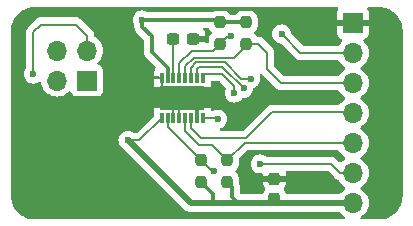
<source format=gtl>
%TF.GenerationSoftware,KiCad,Pcbnew,8.0.3*%
%TF.CreationDate,2024-06-23T18:20:20+02:00*%
%TF.ProjectId,PCF2131-breakout,50434632-3133-4312-9d62-7265616b6f75,rev?*%
%TF.SameCoordinates,Original*%
%TF.FileFunction,Copper,L1,Top*%
%TF.FilePolarity,Positive*%
%FSLAX46Y46*%
G04 Gerber Fmt 4.6, Leading zero omitted, Abs format (unit mm)*
G04 Created by KiCad (PCBNEW 8.0.3) date 2024-06-23 18:20:20*
%MOMM*%
%LPD*%
G01*
G04 APERTURE LIST*
G04 Aperture macros list*
%AMRoundRect*
0 Rectangle with rounded corners*
0 $1 Rounding radius*
0 $2 $3 $4 $5 $6 $7 $8 $9 X,Y pos of 4 corners*
0 Add a 4 corners polygon primitive as box body*
4,1,4,$2,$3,$4,$5,$6,$7,$8,$9,$2,$3,0*
0 Add four circle primitives for the rounded corners*
1,1,$1+$1,$2,$3*
1,1,$1+$1,$4,$5*
1,1,$1+$1,$6,$7*
1,1,$1+$1,$8,$9*
0 Add four rect primitives between the rounded corners*
20,1,$1+$1,$2,$3,$4,$5,0*
20,1,$1+$1,$4,$5,$6,$7,0*
20,1,$1+$1,$6,$7,$8,$9,0*
20,1,$1+$1,$8,$9,$2,$3,0*%
G04 Aperture macros list end*
%TA.AperFunction,Conductor*%
%ADD10C,0.200000*%
%TD*%
%TA.AperFunction,ComponentPad*%
%ADD11R,1.700000X1.700000*%
%TD*%
%TA.AperFunction,ComponentPad*%
%ADD12O,1.700000X1.700000*%
%TD*%
%TA.AperFunction,SMDPad,CuDef*%
%ADD13RoundRect,0.237500X-0.300000X-0.237500X0.300000X-0.237500X0.300000X0.237500X-0.300000X0.237500X0*%
%TD*%
%TA.AperFunction,SMDPad,CuDef*%
%ADD14RoundRect,0.237500X0.237500X-0.250000X0.237500X0.250000X-0.237500X0.250000X-0.237500X-0.250000X0*%
%TD*%
%TA.AperFunction,SMDPad,CuDef*%
%ADD15RoundRect,0.237500X-0.237500X0.300000X-0.237500X-0.300000X0.237500X-0.300000X0.237500X0.300000X0*%
%TD*%
%TA.AperFunction,SMDPad,CuDef*%
%ADD16R,0.300000X0.900000*%
%TD*%
%TA.AperFunction,SMDPad,CuDef*%
%ADD17R,3.850000X2.050000*%
%TD*%
%TA.AperFunction,ViaPad*%
%ADD18C,0.600000*%
%TD*%
%TA.AperFunction,Conductor*%
%ADD19C,0.300000*%
%TD*%
%TA.AperFunction,Conductor*%
%ADD20C,0.500000*%
%TD*%
G04 APERTURE END LIST*
%TO.N,GND*%
D10*
X113800000Y-70400000D02*
X114600000Y-70400000D01*
X114600000Y-72000000D01*
X113800000Y-72000000D01*
X113800000Y-70400000D01*
%TA.AperFunction,Conductor*%
G36*
X113800000Y-70400000D02*
G01*
X114600000Y-70400000D01*
X114600000Y-72000000D01*
X113800000Y-72000000D01*
X113800000Y-70400000D01*
G37*
%TD.AperFunction*%
X109200000Y-70400000D02*
X110200000Y-70400000D01*
X110200000Y-72000000D01*
X109200000Y-72000000D01*
X109200000Y-70400000D01*
%TA.AperFunction,Conductor*%
G36*
X109200000Y-70400000D02*
G01*
X110200000Y-70400000D01*
X110200000Y-72000000D01*
X109200000Y-72000000D01*
X109200000Y-70400000D01*
G37*
%TD.AperFunction*%
%TD*%
D11*
%TO.P,J2,1,Pin_1*%
%TO.N,GND*%
X126437776Y-64859577D03*
D12*
%TO.P,J2,2,Pin_2*%
%TO.N,INTA*%
X126437776Y-67399577D03*
%TO.P,J2,3,Pin_3*%
%TO.N,INTB*%
X126437776Y-69939577D03*
%TO.P,J2,4,Pin_4*%
%TO.N,CLKOUT*%
X126437776Y-72479577D03*
%TO.P,J2,5,Pin_5*%
%TO.N,SDA*%
X126437776Y-75019577D03*
%TO.P,J2,6,Pin_6*%
%TO.N,SCL*%
X126437776Y-77559577D03*
%TO.P,J2,7,Pin_7*%
%TO.N,VDD*%
X126437776Y-80099577D03*
%TD*%
D11*
%TO.P,J1,1,Pin_1*%
%TO.N,TS1*%
X103940000Y-69740000D03*
D12*
%TO.P,J1,2,Pin_2*%
%TO.N,TS2*%
X101400000Y-69740000D03*
%TO.P,J1,3,Pin_3*%
%TO.N,TS3*%
X103940000Y-67200000D03*
%TO.P,J1,4,Pin_4*%
%TO.N,TS4*%
X101400000Y-67200000D03*
%TD*%
D13*
%TO.P,C1,1*%
%TO.N,Net-(IC1-BBS)*%
X111200000Y-66200000D03*
%TO.P,C1,2*%
%TO.N,GND*%
X112925000Y-66200000D03*
%TD*%
D14*
%TO.P,R3,1*%
%TO.N,INTA*%
X115200000Y-66625000D03*
%TO.P,R3,2*%
%TO.N,VDD*%
X115200000Y-64800000D03*
%TD*%
%TO.P,R4,1*%
%TO.N,INTB*%
X117400000Y-66625000D03*
%TO.P,R4,2*%
%TO.N,VDD*%
X117400000Y-64800000D03*
%TD*%
%TO.P,R2,1*%
%TO.N,VDD*%
X115800000Y-78312500D03*
%TO.P,R2,2*%
%TO.N,SDA*%
X115800000Y-76487500D03*
%TD*%
D15*
%TO.P,C2,1*%
%TO.N,GND*%
X119800000Y-78075000D03*
%TO.P,C2,2*%
%TO.N,VDD*%
X119800000Y-79800000D03*
%TD*%
D14*
%TO.P,R1,2*%
%TO.N,SCL*%
X113600000Y-76487500D03*
%TO.P,R1,1*%
%TO.N,VDD*%
X113600000Y-78312500D03*
%TD*%
D16*
%TO.P,IC1,1,IFS*%
%TO.N,VDD*%
X110250000Y-72900000D03*
%TO.P,IC1,2,SCL*%
%TO.N,SCL*%
X110750000Y-72900000D03*
%TO.P,IC1,3,SDI*%
%TO.N,GND*%
X111250000Y-72900000D03*
%TO.P,IC1,4,SDO*%
X111750000Y-72900000D03*
%TO.P,IC1,5,SDA/~{CE}*%
%TO.N,SDA*%
X112250000Y-72900000D03*
%TO.P,IC1,6,CLKOUT*%
%TO.N,CLKOUT*%
X112750000Y-72900000D03*
%TO.P,IC1,7,VSS*%
%TO.N,GND*%
X113250000Y-72900000D03*
%TO.P,IC1,8,~{TS1}*%
%TO.N,TS1*%
X113750000Y-72900000D03*
%TO.P,IC1,9,~{TS2}*%
%TO.N,TS2*%
X113750000Y-69500000D03*
%TO.P,IC1,10,~{TS3}*%
%TO.N,TS3*%
X113250000Y-69500000D03*
%TO.P,IC1,11,~{TS4}*%
%TO.N,TS4*%
X112750000Y-69500000D03*
%TO.P,IC1,12,~{INTB}*%
%TO.N,INTB*%
X112250000Y-69500000D03*
%TO.P,IC1,13,~{INTA}*%
%TO.N,INTA*%
X111750000Y-69500000D03*
%TO.P,IC1,14,BBS*%
%TO.N,Net-(IC1-BBS)*%
X111250000Y-69500000D03*
%TO.P,IC1,15,VDD*%
%TO.N,VDD*%
X110750000Y-69500000D03*
%TO.P,IC1,16,VBAT*%
%TO.N,GND*%
X110250000Y-69500000D03*
D17*
%TO.P,IC1,17,EP*%
X112000000Y-71200000D03*
%TD*%
D18*
%TO.N,GND*%
X114000000Y-66200000D03*
%TO.N,TS3*%
X99400000Y-69200000D03*
%TO.N,GND*%
X108600000Y-69800000D03*
%TO.N,TS1*%
X115000000Y-73000000D03*
%TO.N,TS2*%
X116400000Y-70800000D03*
%TO.N,TS3*%
X117200000Y-70400000D03*
%TO.N,TS4*%
X117800000Y-69600000D03*
%TO.N,GND*%
X115200000Y-71200000D03*
X121200000Y-78000000D03*
%TO.N,INTA*%
X120400000Y-65800000D03*
X116119310Y-65962093D03*
%TO.N,VDD*%
X108600000Y-64600000D03*
X107400000Y-74800000D03*
%TO.N,SCL*%
X118600000Y-76800000D03*
X114704948Y-77400000D03*
%TO.N,GND*%
X129200000Y-78800000D03*
%TD*%
D10*
%TO.N,Net-(IC1-BBS)*%
X111250000Y-69500000D02*
X111250000Y-66250000D01*
X111250000Y-66250000D02*
X111200000Y-66200000D01*
D19*
%TO.N,VDD*%
X110750000Y-69500000D02*
X110750000Y-68700000D01*
X110750000Y-68700000D02*
X109400000Y-67350000D01*
X109400000Y-67350000D02*
X109400000Y-66000000D01*
X109400000Y-66000000D02*
X108600000Y-65200000D01*
X108600000Y-65200000D02*
X108600000Y-64600000D01*
D10*
%TO.N,GND*%
X108600000Y-69800000D02*
X108900000Y-69500000D01*
X108900000Y-69500000D02*
X110250000Y-69500000D01*
X112925000Y-66200000D02*
X114000000Y-66200000D01*
%TO.N,TS3*%
X113250000Y-69500000D02*
X113250000Y-68750000D01*
X113400000Y-68600000D02*
X115400000Y-68600000D01*
X113250000Y-68750000D02*
X113400000Y-68600000D01*
X115400000Y-68600000D02*
X117200000Y-70400000D01*
%TO.N,TS4*%
X117800000Y-69600000D02*
X117000000Y-69600000D01*
X115600000Y-68200000D02*
X113200000Y-68200000D01*
X117000000Y-69600000D02*
X115600000Y-68200000D01*
X113200000Y-68200000D02*
X112750000Y-68650000D01*
X112750000Y-68650000D02*
X112750000Y-69500000D01*
%TO.N,TS3*%
X99400000Y-69200000D02*
X99400000Y-65600000D01*
X103940000Y-65940000D02*
X103940000Y-67200000D01*
X99400000Y-65600000D02*
X100000000Y-65000000D01*
X100000000Y-65000000D02*
X103000000Y-65000000D01*
X103000000Y-65000000D02*
X103940000Y-65940000D01*
%TO.N,TS1*%
X113750000Y-72900000D02*
X114900000Y-72900000D01*
X114900000Y-72900000D02*
X115000000Y-73000000D01*
%TO.N,TS2*%
X116400000Y-70200000D02*
X116400000Y-70800000D01*
X113750000Y-69500000D02*
X113750000Y-69250000D01*
X113800000Y-69200000D02*
X115400000Y-69200000D01*
X113750000Y-69250000D02*
X113800000Y-69200000D01*
X115400000Y-69200000D02*
X116400000Y-70200000D01*
D19*
%TO.N,VDD*%
X116200000Y-78712500D02*
X115800000Y-78312500D01*
D20*
X114600000Y-80099577D02*
X112699577Y-80099577D01*
D19*
X114600000Y-79312500D02*
X113600000Y-78312500D01*
D20*
X117200000Y-80099577D02*
X114600000Y-80099577D01*
D19*
X114600000Y-80099577D02*
X114600000Y-79312500D01*
D20*
X117200000Y-80099577D02*
X116699577Y-80099577D01*
X126437776Y-80099577D02*
X117200000Y-80099577D01*
D19*
X116699577Y-80099577D02*
X116200000Y-79600000D01*
X116200000Y-79600000D02*
X116200000Y-78712500D01*
D10*
%TO.N,CLKOUT*%
X121600000Y-72400000D02*
X126358199Y-72400000D01*
X113600000Y-74600000D02*
X117400000Y-74600000D01*
X117400000Y-74600000D02*
X119600000Y-72400000D01*
X112750000Y-72900000D02*
X112750000Y-73750000D01*
X112750000Y-73750000D02*
X113600000Y-74600000D01*
X119600000Y-72400000D02*
X121600000Y-72400000D01*
%TO.N,SDA*%
X115800000Y-76487500D02*
X114512500Y-75200000D01*
X114512500Y-75200000D02*
X113450000Y-75200000D01*
X112250000Y-74000000D02*
X112250000Y-72900000D01*
X113450000Y-75200000D02*
X112250000Y-74000000D01*
%TO.N,INTB*%
X119200000Y-68800000D02*
X119200000Y-67400000D01*
X120339577Y-69939577D02*
X119200000Y-68800000D01*
X118425000Y-66625000D02*
X117400000Y-66625000D01*
X119200000Y-67400000D02*
X118425000Y-66625000D01*
%TO.N,INTA*%
X120400000Y-65800000D02*
X121999577Y-67399577D01*
X121999577Y-67399577D02*
X126437776Y-67399577D01*
X115200000Y-66625000D02*
X115862907Y-65962093D01*
X115862907Y-65962093D02*
X116119310Y-65962093D01*
%TO.N,INTB*%
X112250000Y-69500000D02*
X112250000Y-68550000D01*
X113000000Y-67800000D02*
X116400000Y-67800000D01*
X112250000Y-68550000D02*
X113000000Y-67800000D01*
X116400000Y-67800000D02*
X117400000Y-66800000D01*
X117400000Y-66800000D02*
X117400000Y-66625000D01*
%TO.N,INTA*%
X111750000Y-69500000D02*
X111750000Y-68250000D01*
X111750000Y-68250000D02*
X112800000Y-67200000D01*
X114625000Y-67200000D02*
X115200000Y-66625000D01*
X112800000Y-67200000D02*
X114625000Y-67200000D01*
D19*
%TO.N,VDD*%
X115200000Y-64800000D02*
X117400000Y-64800000D01*
X108600000Y-64600000D02*
X115000000Y-64600000D01*
X115000000Y-64600000D02*
X115200000Y-64800000D01*
D10*
%TO.N,GND*%
X112000000Y-71200000D02*
X110600000Y-71200000D01*
X110600000Y-71200000D02*
X110250000Y-70850000D01*
X110250000Y-70850000D02*
X110250000Y-69500000D01*
X112000000Y-71200000D02*
X112800000Y-71200000D01*
X112800000Y-71200000D02*
X113250000Y-71650000D01*
D19*
X113250000Y-71650000D02*
X113250000Y-72900000D01*
D10*
X113250000Y-72477490D02*
X113254369Y-72473121D01*
X113250000Y-72900000D02*
X113250000Y-72477490D01*
X111750000Y-72900000D02*
X111750000Y-71450000D01*
X111750000Y-71450000D02*
X112000000Y-71200000D01*
X111250000Y-72900000D02*
X111250000Y-71950000D01*
X111250000Y-71950000D02*
X112000000Y-71200000D01*
%TO.N,SDA*%
X126437776Y-75019577D02*
X117267923Y-75019577D01*
X117267923Y-75019577D02*
X115800000Y-76487500D01*
%TO.N,SCL*%
X114704948Y-77400000D02*
X114512500Y-77400000D01*
X114512500Y-77400000D02*
X113600000Y-76487500D01*
X113600000Y-76487500D02*
X110750000Y-73637500D01*
X110750000Y-73637500D02*
X110750000Y-72900000D01*
X125359577Y-77559577D02*
X126437776Y-77559577D01*
X118600000Y-76800000D02*
X124600000Y-76800000D01*
X124600000Y-76800000D02*
X125359577Y-77559577D01*
%TO.N,VDD*%
X110250000Y-72900000D02*
X108350000Y-74800000D01*
X108350000Y-74800000D02*
X107400000Y-74800000D01*
D20*
X112699577Y-80099577D02*
X107400000Y-74800000D01*
D10*
%TO.N,INTB*%
X120339577Y-69939577D02*
X126437776Y-69939577D01*
%TO.N,CLKOUT*%
X126358199Y-72400000D02*
X126437776Y-72479577D01*
%TO.N,INTB*%
X126289853Y-70087500D02*
X126437776Y-69939577D01*
%TO.N,INTA*%
X126437353Y-67400000D02*
X126437776Y-67399577D01*
%TD*%
%TA.AperFunction,Conductor*%
%TO.N,GND*%
G36*
X125163607Y-63520185D02*
G01*
X125209362Y-63572989D01*
X125219306Y-63642147D01*
X125195834Y-63698811D01*
X125144425Y-63767483D01*
X125144421Y-63767490D01*
X125094179Y-63902197D01*
X125094177Y-63902204D01*
X125087776Y-63961732D01*
X125087776Y-64609577D01*
X126004764Y-64609577D01*
X125971851Y-64666584D01*
X125937776Y-64793751D01*
X125937776Y-64925403D01*
X125971851Y-65052570D01*
X126004764Y-65109577D01*
X125087776Y-65109577D01*
X125087776Y-65757421D01*
X125094177Y-65816949D01*
X125094179Y-65816956D01*
X125144421Y-65951663D01*
X125144425Y-65951670D01*
X125230585Y-66066764D01*
X125230588Y-66066767D01*
X125345682Y-66152927D01*
X125345689Y-66152931D01*
X125477246Y-66201998D01*
X125533179Y-66243869D01*
X125557597Y-66309333D01*
X125542746Y-66377606D01*
X125521595Y-66405861D01*
X125399279Y-66528177D01*
X125263741Y-66721747D01*
X125263738Y-66721752D01*
X125261065Y-66727486D01*
X125214891Y-66779923D01*
X125148685Y-66799077D01*
X122299674Y-66799077D01*
X122232635Y-66779392D01*
X122211993Y-66762758D01*
X121230700Y-65781465D01*
X121197215Y-65720142D01*
X121195163Y-65707686D01*
X121185368Y-65620745D01*
X121125789Y-65450478D01*
X121029816Y-65297738D01*
X120902262Y-65170184D01*
X120896533Y-65166584D01*
X120749523Y-65074211D01*
X120579254Y-65014631D01*
X120579249Y-65014630D01*
X120400004Y-64994435D01*
X120399996Y-64994435D01*
X120220750Y-65014630D01*
X120220745Y-65014631D01*
X120050476Y-65074211D01*
X119897737Y-65170184D01*
X119770184Y-65297737D01*
X119674211Y-65450476D01*
X119614631Y-65620745D01*
X119614630Y-65620750D01*
X119594435Y-65799996D01*
X119594435Y-65800003D01*
X119614630Y-65979249D01*
X119614631Y-65979254D01*
X119674211Y-66149523D01*
X119733493Y-66243869D01*
X119770184Y-66302262D01*
X119897738Y-66429816D01*
X120050478Y-66525789D01*
X120220745Y-66585368D01*
X120307669Y-66595161D01*
X120372080Y-66622226D01*
X120381465Y-66630700D01*
X121514716Y-67763951D01*
X121514726Y-67763962D01*
X121519056Y-67768292D01*
X121519057Y-67768293D01*
X121630861Y-67880097D01*
X121630863Y-67880098D01*
X121630867Y-67880101D01*
X121750396Y-67949110D01*
X121767793Y-67959154D01*
X121879596Y-67989111D01*
X121920519Y-68000077D01*
X121920520Y-68000077D01*
X125148685Y-68000077D01*
X125215724Y-68019762D01*
X125261068Y-68071674D01*
X125263741Y-68077407D01*
X125399277Y-68270972D01*
X125399282Y-68270979D01*
X125566373Y-68438070D01*
X125566379Y-68438075D01*
X125751934Y-68568002D01*
X125795559Y-68622579D01*
X125802753Y-68692077D01*
X125771230Y-68754432D01*
X125751934Y-68771152D01*
X125566373Y-68901082D01*
X125399282Y-69068173D01*
X125263741Y-69261747D01*
X125263738Y-69261752D01*
X125261065Y-69267486D01*
X125214891Y-69319923D01*
X125148685Y-69339077D01*
X120639674Y-69339077D01*
X120572635Y-69319392D01*
X120551993Y-69302758D01*
X119836819Y-68587584D01*
X119803334Y-68526261D01*
X119800500Y-68499903D01*
X119800500Y-67489060D01*
X119800501Y-67489047D01*
X119800501Y-67320944D01*
X119793511Y-67294858D01*
X119759577Y-67168216D01*
X119757243Y-67164173D01*
X119680524Y-67031290D01*
X119680518Y-67031282D01*
X118912590Y-66263355D01*
X118912588Y-66263352D01*
X118793717Y-66144481D01*
X118793716Y-66144480D01*
X118706904Y-66094360D01*
X118706904Y-66094359D01*
X118706900Y-66094358D01*
X118656785Y-66065423D01*
X118504057Y-66024499D01*
X118357610Y-66024499D01*
X118290571Y-66004814D01*
X118252071Y-65965595D01*
X118233774Y-65935931D01*
X118220340Y-65914150D01*
X118106371Y-65800181D01*
X118072886Y-65738858D01*
X118077870Y-65669166D01*
X118106371Y-65624819D01*
X118159908Y-65571282D01*
X118220340Y-65510850D01*
X118310908Y-65364016D01*
X118365174Y-65200253D01*
X118375500Y-65099177D01*
X118375499Y-64500824D01*
X118375440Y-64500250D01*
X118365174Y-64399747D01*
X118324390Y-64276671D01*
X118310908Y-64235984D01*
X118220340Y-64089150D01*
X118098350Y-63967160D01*
X117951516Y-63876592D01*
X117787753Y-63822326D01*
X117787751Y-63822325D01*
X117686678Y-63812000D01*
X117113330Y-63812000D01*
X117113312Y-63812001D01*
X117012247Y-63822325D01*
X116848484Y-63876592D01*
X116848481Y-63876593D01*
X116701648Y-63967161D01*
X116579661Y-64089148D01*
X116579660Y-64089150D01*
X116578766Y-64090598D01*
X116577895Y-64091382D01*
X116575179Y-64094817D01*
X116574592Y-64094352D01*
X116526820Y-64137321D01*
X116473229Y-64149500D01*
X116126771Y-64149500D01*
X116059732Y-64129815D01*
X116025132Y-64094570D01*
X116024821Y-64094817D01*
X116022528Y-64091917D01*
X116021233Y-64090598D01*
X116020340Y-64089150D01*
X115898350Y-63967160D01*
X115751516Y-63876592D01*
X115587753Y-63822326D01*
X115587751Y-63822325D01*
X115486678Y-63812000D01*
X114913330Y-63812000D01*
X114913312Y-63812001D01*
X114812247Y-63822325D01*
X114648484Y-63876592D01*
X114648477Y-63876595D01*
X114560210Y-63931039D01*
X114495114Y-63949500D01*
X109105068Y-63949500D01*
X109039096Y-63930494D01*
X108949522Y-63874210D01*
X108949518Y-63874209D01*
X108779262Y-63814633D01*
X108779249Y-63814630D01*
X108600004Y-63794435D01*
X108599996Y-63794435D01*
X108420750Y-63814630D01*
X108420745Y-63814631D01*
X108250476Y-63874211D01*
X108097737Y-63970184D01*
X107970184Y-64097737D01*
X107874211Y-64250476D01*
X107814631Y-64420745D01*
X107814630Y-64420750D01*
X107794435Y-64599996D01*
X107794435Y-64600003D01*
X107814630Y-64779249D01*
X107814631Y-64779254D01*
X107874211Y-64949524D01*
X107930493Y-65039094D01*
X107949500Y-65105067D01*
X107949500Y-65264067D01*
X107949499Y-65264068D01*
X107956197Y-65297737D01*
X107970216Y-65368213D01*
X107971857Y-65376459D01*
X107971857Y-65376468D01*
X107971859Y-65376468D01*
X107973627Y-65385360D01*
X107974499Y-65389745D01*
X108023533Y-65508125D01*
X108071210Y-65579479D01*
X108087149Y-65603334D01*
X108094726Y-65614673D01*
X108094727Y-65614674D01*
X108713181Y-66233127D01*
X108746666Y-66294450D01*
X108749500Y-66320808D01*
X108749500Y-67414071D01*
X108764969Y-67491835D01*
X108764969Y-67491836D01*
X108774497Y-67539736D01*
X108774499Y-67539744D01*
X108800565Y-67602674D01*
X108823535Y-67658127D01*
X108894251Y-67763962D01*
X108894726Y-67764673D01*
X108894727Y-67764674D01*
X109701106Y-68571052D01*
X109734591Y-68632375D01*
X109729607Y-68702066D01*
X109712692Y-68733044D01*
X109656647Y-68807910D01*
X109656645Y-68807913D01*
X109606403Y-68942620D01*
X109606401Y-68942627D01*
X109600000Y-69002155D01*
X109600000Y-69350000D01*
X109975500Y-69350000D01*
X110042539Y-69369685D01*
X110088294Y-69422489D01*
X110099500Y-69474000D01*
X110099500Y-69526000D01*
X110079815Y-69593039D01*
X110027011Y-69638794D01*
X109975500Y-69650000D01*
X109600000Y-69650000D01*
X109600000Y-69995388D01*
X109592182Y-70038720D01*
X109581402Y-70067622D01*
X109581401Y-70067624D01*
X109575000Y-70127155D01*
X109575000Y-70950000D01*
X114425000Y-70950000D01*
X114425000Y-70127172D01*
X114424999Y-70127155D01*
X114418598Y-70067627D01*
X114418597Y-70067622D01*
X114408318Y-70040061D01*
X114400500Y-69996729D01*
X114400500Y-69924500D01*
X114420185Y-69857461D01*
X114472989Y-69811706D01*
X114524500Y-69800500D01*
X115099903Y-69800500D01*
X115166942Y-69820185D01*
X115187583Y-69836818D01*
X115653307Y-70302542D01*
X115686791Y-70363864D01*
X115681807Y-70433556D01*
X115676690Y-70443945D01*
X115677231Y-70444206D01*
X115674210Y-70450478D01*
X115614633Y-70620737D01*
X115614630Y-70620750D01*
X115594435Y-70799996D01*
X115594435Y-70800003D01*
X115614630Y-70979249D01*
X115614631Y-70979254D01*
X115674211Y-71149523D01*
X115726084Y-71232077D01*
X115770184Y-71302262D01*
X115897738Y-71429816D01*
X116050478Y-71525789D01*
X116220745Y-71585368D01*
X116220750Y-71585369D01*
X116399996Y-71605565D01*
X116400000Y-71605565D01*
X116400004Y-71605565D01*
X116579249Y-71585369D01*
X116579252Y-71585368D01*
X116579255Y-71585368D01*
X116749522Y-71525789D01*
X116902262Y-71429816D01*
X117029816Y-71302262D01*
X117056358Y-71260020D01*
X117108689Y-71213732D01*
X117175233Y-71202774D01*
X117200000Y-71205565D01*
X117200001Y-71205564D01*
X117200002Y-71205565D01*
X117200004Y-71205565D01*
X117379249Y-71185369D01*
X117379252Y-71185368D01*
X117379255Y-71185368D01*
X117549522Y-71125789D01*
X117702262Y-71029816D01*
X117829816Y-70902262D01*
X117925789Y-70749522D01*
X117985368Y-70579255D01*
X117987565Y-70559762D01*
X117994393Y-70499153D01*
X117999637Y-70452606D01*
X118026703Y-70388194D01*
X118081903Y-70349449D01*
X118149522Y-70325789D01*
X118302262Y-70229816D01*
X118429816Y-70102262D01*
X118525789Y-69949522D01*
X118585368Y-69779255D01*
X118597757Y-69669301D01*
X118605565Y-69600003D01*
X118605565Y-69599996D01*
X118585369Y-69420750D01*
X118585366Y-69420737D01*
X118556958Y-69339552D01*
X118553396Y-69269773D01*
X118588124Y-69209146D01*
X118650118Y-69176918D01*
X118719693Y-69183323D01*
X118761680Y-69210916D01*
X118838349Y-69287585D01*
X118838355Y-69287590D01*
X119854716Y-70303951D01*
X119854726Y-70303962D01*
X119859056Y-70308292D01*
X119859057Y-70308293D01*
X119970861Y-70420097D01*
X120033422Y-70456216D01*
X120070607Y-70477685D01*
X120107789Y-70499153D01*
X120107791Y-70499153D01*
X120107792Y-70499154D01*
X120260519Y-70540077D01*
X120260520Y-70540077D01*
X125148685Y-70540077D01*
X125215724Y-70559762D01*
X125261068Y-70611674D01*
X125263741Y-70617407D01*
X125391594Y-70800000D01*
X125399277Y-70810972D01*
X125399282Y-70810979D01*
X125566373Y-70978070D01*
X125566379Y-70978075D01*
X125751934Y-71108002D01*
X125795559Y-71162579D01*
X125802753Y-71232077D01*
X125771230Y-71294432D01*
X125751934Y-71311152D01*
X125566373Y-71441082D01*
X125399282Y-71608173D01*
X125302340Y-71746623D01*
X125247764Y-71790248D01*
X125200765Y-71799500D01*
X119686669Y-71799500D01*
X119686653Y-71799499D01*
X119679057Y-71799499D01*
X119520943Y-71799499D01*
X119413587Y-71828265D01*
X119368210Y-71840424D01*
X119368209Y-71840425D01*
X119318096Y-71869359D01*
X119318095Y-71869360D01*
X119274689Y-71894420D01*
X119231285Y-71919479D01*
X119231282Y-71919481D01*
X119144560Y-72006204D01*
X119119480Y-72031284D01*
X119119478Y-72031286D01*
X118147431Y-73003334D01*
X117187584Y-73963181D01*
X117126261Y-73996666D01*
X117099903Y-73999500D01*
X115297114Y-73999500D01*
X115230075Y-73979815D01*
X115184320Y-73927011D01*
X115174376Y-73857853D01*
X115203401Y-73794297D01*
X115256160Y-73758458D01*
X115292531Y-73745730D01*
X115349522Y-73725789D01*
X115502262Y-73629816D01*
X115629816Y-73502262D01*
X115725789Y-73349522D01*
X115785368Y-73179255D01*
X115785369Y-73179249D01*
X115805565Y-73000003D01*
X115805565Y-72999996D01*
X115785369Y-72820750D01*
X115785368Y-72820745D01*
X115725788Y-72650476D01*
X115629815Y-72497737D01*
X115502262Y-72370184D01*
X115349523Y-72274211D01*
X115179254Y-72214631D01*
X115179249Y-72214630D01*
X115000004Y-72194435D01*
X114999996Y-72194435D01*
X114820750Y-72214630D01*
X114820745Y-72214631D01*
X114650474Y-72274212D01*
X114640477Y-72280494D01*
X114574506Y-72299500D01*
X114549000Y-72299500D01*
X114481961Y-72279815D01*
X114436206Y-72227011D01*
X114425000Y-72175500D01*
X114425000Y-71450000D01*
X109575000Y-71450000D01*
X109575000Y-72272844D01*
X109581401Y-72332372D01*
X109581402Y-72332376D01*
X109591682Y-72359937D01*
X109599500Y-72403271D01*
X109599500Y-72649901D01*
X109579815Y-72716940D01*
X109563181Y-72737582D01*
X108137584Y-74163181D01*
X108076261Y-74196666D01*
X108049903Y-74199500D01*
X107982412Y-74199500D01*
X107915373Y-74179815D01*
X107905097Y-74172445D01*
X107902263Y-74170185D01*
X107902262Y-74170184D01*
X107845496Y-74134515D01*
X107749523Y-74074211D01*
X107579254Y-74014631D01*
X107579249Y-74014630D01*
X107400004Y-73994435D01*
X107399996Y-73994435D01*
X107220750Y-74014630D01*
X107220745Y-74014631D01*
X107050476Y-74074211D01*
X106897737Y-74170184D01*
X106770184Y-74297737D01*
X106674211Y-74450476D01*
X106614631Y-74620745D01*
X106614630Y-74620750D01*
X106594435Y-74799996D01*
X106594435Y-74800003D01*
X106614630Y-74979249D01*
X106614631Y-74979254D01*
X106674211Y-75149523D01*
X106756928Y-75281166D01*
X106770184Y-75302262D01*
X106897738Y-75429816D01*
X107050478Y-75525789D01*
X107056754Y-75528811D01*
X107055867Y-75530651D01*
X107091940Y-75553307D01*
X112221162Y-80682529D01*
X112248416Y-80700739D01*
X112261951Y-80709783D01*
X112344078Y-80764659D01*
X112344080Y-80764660D01*
X112344082Y-80764661D01*
X112374852Y-80777406D01*
X112374853Y-80777407D01*
X112374854Y-80777407D01*
X112480665Y-80821236D01*
X112596818Y-80844340D01*
X112616045Y-80848164D01*
X112625658Y-80850077D01*
X112625659Y-80850077D01*
X112625660Y-80850077D01*
X112773495Y-80850077D01*
X114526082Y-80850077D01*
X116625659Y-80850077D01*
X117126082Y-80850077D01*
X125250075Y-80850077D01*
X125317114Y-80869762D01*
X125351649Y-80902953D01*
X125399281Y-80970978D01*
X125566373Y-81138070D01*
X125566379Y-81138075D01*
X125760393Y-81273925D01*
X125804018Y-81328502D01*
X125811212Y-81398000D01*
X125779689Y-81460355D01*
X125719459Y-81495769D01*
X125689270Y-81499500D01*
X99504067Y-81499500D01*
X99495957Y-81499235D01*
X99247116Y-81482925D01*
X99231035Y-81480807D01*
X98990464Y-81432954D01*
X98974797Y-81428756D01*
X98742520Y-81349909D01*
X98727534Y-81343702D01*
X98507539Y-81235212D01*
X98493492Y-81227102D01*
X98289539Y-81090825D01*
X98276671Y-81080951D01*
X98092250Y-80919218D01*
X98080781Y-80907749D01*
X97955296Y-80764661D01*
X97919045Y-80723325D01*
X97909174Y-80710460D01*
X97772897Y-80506507D01*
X97764787Y-80492460D01*
X97658855Y-80277652D01*
X97656294Y-80272458D01*
X97650090Y-80257479D01*
X97571243Y-80025202D01*
X97567045Y-80009535D01*
X97559186Y-79970026D01*
X97519190Y-79768953D01*
X97517075Y-79752895D01*
X97500765Y-79504043D01*
X97500500Y-79495933D01*
X97500500Y-69199996D01*
X98594435Y-69199996D01*
X98594435Y-69200003D01*
X98614630Y-69379249D01*
X98614631Y-69379254D01*
X98674211Y-69549523D01*
X98749473Y-69669301D01*
X98770184Y-69702262D01*
X98897738Y-69829816D01*
X98927429Y-69848472D01*
X99048426Y-69924500D01*
X99050478Y-69925789D01*
X99118306Y-69949523D01*
X99220745Y-69985368D01*
X99220750Y-69985369D01*
X99399996Y-70005565D01*
X99400000Y-70005565D01*
X99400004Y-70005565D01*
X99579249Y-69985369D01*
X99579252Y-69985368D01*
X99579255Y-69985368D01*
X99749522Y-69925789D01*
X99751574Y-69924500D01*
X99785622Y-69903106D01*
X99872572Y-69848471D01*
X99939807Y-69829471D01*
X100006642Y-69849838D01*
X100051856Y-69903106D01*
X100062071Y-69942655D01*
X100064936Y-69975404D01*
X100064938Y-69975413D01*
X100126094Y-70203655D01*
X100126096Y-70203659D01*
X100126097Y-70203663D01*
X100214758Y-70393796D01*
X100225965Y-70417830D01*
X100225967Y-70417834D01*
X100311563Y-70540077D01*
X100361505Y-70611401D01*
X100528599Y-70778495D01*
X100625384Y-70846265D01*
X100722165Y-70914032D01*
X100722167Y-70914033D01*
X100722170Y-70914035D01*
X100936337Y-71013903D01*
X101164592Y-71075063D01*
X101341034Y-71090500D01*
X101399999Y-71095659D01*
X101400000Y-71095659D01*
X101400001Y-71095659D01*
X101458966Y-71090500D01*
X101635408Y-71075063D01*
X101863663Y-71013903D01*
X102077830Y-70914035D01*
X102271401Y-70778495D01*
X102393329Y-70656566D01*
X102454648Y-70623084D01*
X102524340Y-70628068D01*
X102580274Y-70669939D01*
X102597189Y-70700917D01*
X102646202Y-70832328D01*
X102646206Y-70832335D01*
X102732452Y-70947544D01*
X102732455Y-70947547D01*
X102847664Y-71033793D01*
X102847671Y-71033797D01*
X102982517Y-71084091D01*
X102982516Y-71084091D01*
X102989444Y-71084835D01*
X103042127Y-71090500D01*
X104837872Y-71090499D01*
X104897483Y-71084091D01*
X105032331Y-71033796D01*
X105147546Y-70947546D01*
X105233796Y-70832331D01*
X105284091Y-70697483D01*
X105290500Y-70637873D01*
X105290499Y-68842128D01*
X105284091Y-68782517D01*
X105282810Y-68779083D01*
X105233797Y-68647671D01*
X105233793Y-68647664D01*
X105147547Y-68532455D01*
X105147544Y-68532452D01*
X105032335Y-68446206D01*
X105032328Y-68446202D01*
X104900917Y-68397189D01*
X104844983Y-68355318D01*
X104820566Y-68289853D01*
X104835418Y-68221580D01*
X104856563Y-68193332D01*
X104978495Y-68071401D01*
X105114035Y-67877830D01*
X105213903Y-67663663D01*
X105275063Y-67435408D01*
X105295659Y-67200000D01*
X105275063Y-66964592D01*
X105213903Y-66736337D01*
X105114035Y-66522171D01*
X105113925Y-66522013D01*
X104978494Y-66328597D01*
X104811402Y-66161506D01*
X104811396Y-66161502D01*
X104715507Y-66094359D01*
X104617831Y-66025965D01*
X104617827Y-66025963D01*
X104612087Y-66023286D01*
X104559652Y-65977110D01*
X104540501Y-65910908D01*
X104540501Y-65860944D01*
X104528714Y-65816956D01*
X104499577Y-65708216D01*
X104499573Y-65708209D01*
X104420524Y-65571290D01*
X104420518Y-65571282D01*
X103487590Y-64638355D01*
X103487588Y-64638352D01*
X103368717Y-64519481D01*
X103368716Y-64519480D01*
X103281904Y-64469360D01*
X103281904Y-64469359D01*
X103281900Y-64469358D01*
X103231785Y-64440423D01*
X103079057Y-64399499D01*
X102920943Y-64399499D01*
X102913347Y-64399499D01*
X102913331Y-64399500D01*
X100079057Y-64399500D01*
X99920943Y-64399500D01*
X99768215Y-64440423D01*
X99768214Y-64440423D01*
X99768212Y-64440424D01*
X99768209Y-64440425D01*
X99718096Y-64469359D01*
X99718095Y-64469360D01*
X99676297Y-64493492D01*
X99631285Y-64519479D01*
X99631282Y-64519481D01*
X98919481Y-65231282D01*
X98919477Y-65231287D01*
X98908203Y-65250816D01*
X98900552Y-65264069D01*
X98840423Y-65368215D01*
X98799499Y-65520943D01*
X98799499Y-65520945D01*
X98799499Y-65689046D01*
X98799500Y-65689059D01*
X98799500Y-68617587D01*
X98779815Y-68684626D01*
X98772450Y-68694896D01*
X98770186Y-68697734D01*
X98674211Y-68850476D01*
X98614631Y-69020745D01*
X98614630Y-69020750D01*
X98594435Y-69199996D01*
X97500500Y-69199996D01*
X97500500Y-65504066D01*
X97500765Y-65495956D01*
X97507726Y-65389745D01*
X97517075Y-65247102D01*
X97519190Y-65231048D01*
X97567045Y-64990462D01*
X97571243Y-64974797D01*
X97632700Y-64793751D01*
X97650093Y-64742512D01*
X97656291Y-64727547D01*
X97764790Y-64507533D01*
X97772893Y-64493498D01*
X97909182Y-64289527D01*
X97919039Y-64276681D01*
X98080786Y-64092244D01*
X98092244Y-64080786D01*
X98276681Y-63919039D01*
X98289527Y-63909182D01*
X98493498Y-63772893D01*
X98507533Y-63764790D01*
X98727547Y-63656291D01*
X98742512Y-63650093D01*
X98969653Y-63572989D01*
X98974797Y-63571243D01*
X98990464Y-63567045D01*
X99000373Y-63565074D01*
X99231048Y-63519190D01*
X99247102Y-63517075D01*
X99495957Y-63500765D01*
X99504067Y-63500500D01*
X99565892Y-63500500D01*
X125096568Y-63500500D01*
X125163607Y-63520185D01*
G37*
%TD.AperFunction*%
%TA.AperFunction,Conductor*%
G36*
X128654043Y-63500765D02*
G01*
X128902895Y-63517075D01*
X128918953Y-63519190D01*
X129126105Y-63560395D01*
X129159535Y-63567045D01*
X129175202Y-63571243D01*
X129344947Y-63628863D01*
X129407481Y-63650091D01*
X129422458Y-63656294D01*
X129508674Y-63698811D01*
X129642460Y-63764787D01*
X129656508Y-63772897D01*
X129860464Y-63909177D01*
X129873325Y-63919045D01*
X129887001Y-63931039D01*
X130057749Y-64080781D01*
X130069218Y-64092250D01*
X130074030Y-64097737D01*
X130207978Y-64250476D01*
X130230951Y-64276671D01*
X130240825Y-64289539D01*
X130377102Y-64493492D01*
X130385212Y-64507539D01*
X130493702Y-64727534D01*
X130499909Y-64742520D01*
X130578756Y-64974797D01*
X130582954Y-64990464D01*
X130630807Y-65231035D01*
X130632925Y-65247116D01*
X130649235Y-65495956D01*
X130649500Y-65504066D01*
X130649500Y-79495933D01*
X130649235Y-79504043D01*
X130632925Y-79752883D01*
X130630807Y-79768964D01*
X130582954Y-80009535D01*
X130578756Y-80025202D01*
X130499909Y-80257479D01*
X130493702Y-80272465D01*
X130385212Y-80492460D01*
X130377102Y-80506507D01*
X130240825Y-80710460D01*
X130230951Y-80723328D01*
X130069218Y-80907749D01*
X130057749Y-80919218D01*
X129873328Y-81080951D01*
X129860460Y-81090825D01*
X129656507Y-81227102D01*
X129642460Y-81235212D01*
X129422465Y-81343702D01*
X129407479Y-81349909D01*
X129175202Y-81428756D01*
X129159535Y-81432954D01*
X128918964Y-81480807D01*
X128902883Y-81482925D01*
X128654043Y-81499235D01*
X128645933Y-81499500D01*
X127186282Y-81499500D01*
X127119243Y-81479815D01*
X127073488Y-81427011D01*
X127063544Y-81357853D01*
X127092569Y-81294297D01*
X127115159Y-81273925D01*
X127170447Y-81235212D01*
X127309177Y-81138072D01*
X127476271Y-80970978D01*
X127611811Y-80777407D01*
X127711679Y-80563240D01*
X127772839Y-80334985D01*
X127793435Y-80099577D01*
X127772839Y-79864169D01*
X127711679Y-79635914D01*
X127611811Y-79421748D01*
X127560927Y-79349077D01*
X127476270Y-79228174D01*
X127309178Y-79061083D01*
X127309172Y-79061078D01*
X127123618Y-78931152D01*
X127079993Y-78876575D01*
X127072799Y-78807077D01*
X127104322Y-78744722D01*
X127123618Y-78728002D01*
X127237261Y-78648428D01*
X127309177Y-78598072D01*
X127476271Y-78430978D01*
X127611811Y-78237407D01*
X127711679Y-78023240D01*
X127772839Y-77794985D01*
X127793435Y-77559577D01*
X127772839Y-77324169D01*
X127711679Y-77095914D01*
X127611811Y-76881748D01*
X127545242Y-76786676D01*
X127476270Y-76688174D01*
X127309178Y-76521083D01*
X127309172Y-76521078D01*
X127123618Y-76391152D01*
X127079993Y-76336575D01*
X127072799Y-76267077D01*
X127104322Y-76204722D01*
X127123618Y-76188002D01*
X127286128Y-76074211D01*
X127309177Y-76058072D01*
X127476271Y-75890978D01*
X127611811Y-75697407D01*
X127711679Y-75483240D01*
X127772839Y-75254985D01*
X127793435Y-75019577D01*
X127772839Y-74784169D01*
X127711679Y-74555914D01*
X127611811Y-74341748D01*
X127611810Y-74341746D01*
X127476270Y-74148174D01*
X127309178Y-73981083D01*
X127309172Y-73981078D01*
X127123618Y-73851152D01*
X127079993Y-73796575D01*
X127072799Y-73727077D01*
X127104322Y-73664722D01*
X127123618Y-73648002D01*
X127149592Y-73629815D01*
X127309177Y-73518072D01*
X127476271Y-73350978D01*
X127611811Y-73157407D01*
X127711679Y-72943240D01*
X127772839Y-72714985D01*
X127793435Y-72479577D01*
X127772839Y-72244169D01*
X127711679Y-72015914D01*
X127611811Y-71801748D01*
X127610237Y-71799499D01*
X127476270Y-71608174D01*
X127309178Y-71441083D01*
X127309172Y-71441078D01*
X127123618Y-71311152D01*
X127079993Y-71256575D01*
X127072799Y-71187077D01*
X127104322Y-71124722D01*
X127123618Y-71108002D01*
X127170662Y-71075061D01*
X127309177Y-70978072D01*
X127476271Y-70810978D01*
X127611811Y-70617407D01*
X127711679Y-70403240D01*
X127772839Y-70174985D01*
X127793435Y-69939577D01*
X127772839Y-69704169D01*
X127711679Y-69475914D01*
X127611811Y-69261748D01*
X127611810Y-69261746D01*
X127476270Y-69068174D01*
X127309178Y-68901083D01*
X127309172Y-68901078D01*
X127123618Y-68771152D01*
X127079993Y-68716575D01*
X127072799Y-68647077D01*
X127104322Y-68584722D01*
X127123618Y-68568002D01*
X127174386Y-68532454D01*
X127309177Y-68438072D01*
X127476271Y-68270978D01*
X127611811Y-68077407D01*
X127711679Y-67863240D01*
X127772839Y-67634985D01*
X127793435Y-67399577D01*
X127792631Y-67390393D01*
X127784273Y-67294858D01*
X127772839Y-67164169D01*
X127711679Y-66935914D01*
X127611811Y-66721748D01*
X127611810Y-66721746D01*
X127476272Y-66528177D01*
X127423595Y-66475500D01*
X127353955Y-66405860D01*
X127320472Y-66344540D01*
X127325456Y-66274848D01*
X127367327Y-66218914D01*
X127398305Y-66201999D01*
X127529862Y-66152931D01*
X127529869Y-66152927D01*
X127644963Y-66066767D01*
X127644966Y-66066764D01*
X127731126Y-65951670D01*
X127731130Y-65951663D01*
X127781372Y-65816956D01*
X127781374Y-65816949D01*
X127787775Y-65757421D01*
X127787776Y-65757404D01*
X127787776Y-65109577D01*
X126870788Y-65109577D01*
X126903701Y-65052570D01*
X126937776Y-64925403D01*
X126937776Y-64793751D01*
X126903701Y-64666584D01*
X126870788Y-64609577D01*
X127787776Y-64609577D01*
X127787776Y-63961749D01*
X127787775Y-63961732D01*
X127781374Y-63902204D01*
X127781372Y-63902197D01*
X127731130Y-63767490D01*
X127731126Y-63767483D01*
X127679718Y-63698811D01*
X127655300Y-63633347D01*
X127670151Y-63565074D01*
X127719556Y-63515668D01*
X127778984Y-63500500D01*
X128584108Y-63500500D01*
X128645933Y-63500500D01*
X128654043Y-63500765D01*
G37*
%TD.AperFunction*%
%TA.AperFunction,Conductor*%
G36*
X125215724Y-75639762D02*
G01*
X125261068Y-75691674D01*
X125263741Y-75697407D01*
X125263742Y-75697408D01*
X125399277Y-75890972D01*
X125399282Y-75890979D01*
X125566373Y-76058070D01*
X125566379Y-76058075D01*
X125751934Y-76188002D01*
X125795559Y-76242579D01*
X125802753Y-76312077D01*
X125771230Y-76374432D01*
X125751934Y-76391152D01*
X125566376Y-76521080D01*
X125456026Y-76631430D01*
X125394703Y-76664914D01*
X125325011Y-76659930D01*
X125280664Y-76631429D01*
X125087590Y-76438355D01*
X125087588Y-76438352D01*
X124968717Y-76319481D01*
X124968709Y-76319475D01*
X124866936Y-76260717D01*
X124866934Y-76260716D01*
X124831790Y-76240425D01*
X124831789Y-76240424D01*
X124819263Y-76237067D01*
X124679057Y-76199499D01*
X124520943Y-76199499D01*
X124513347Y-76199499D01*
X124513331Y-76199500D01*
X119182412Y-76199500D01*
X119115373Y-76179815D01*
X119105097Y-76172445D01*
X119102263Y-76170185D01*
X119102262Y-76170184D01*
X118996258Y-76103577D01*
X118949523Y-76074211D01*
X118779254Y-76014631D01*
X118779249Y-76014630D01*
X118600004Y-75994435D01*
X118599996Y-75994435D01*
X118420750Y-76014630D01*
X118420745Y-76014631D01*
X118250476Y-76074211D01*
X118097737Y-76170184D01*
X117970184Y-76297737D01*
X117874211Y-76450476D01*
X117814631Y-76620745D01*
X117814630Y-76620750D01*
X117794435Y-76799996D01*
X117794435Y-76800003D01*
X117814630Y-76979249D01*
X117814631Y-76979254D01*
X117874211Y-77149523D01*
X117904892Y-77198351D01*
X117970184Y-77302262D01*
X118097738Y-77429816D01*
X118250478Y-77525789D01*
X118420745Y-77585368D01*
X118420750Y-77585369D01*
X118599996Y-77605565D01*
X118600000Y-77605565D01*
X118600003Y-77605565D01*
X118672720Y-77597371D01*
X118687306Y-77595728D01*
X118756128Y-77607782D01*
X118807507Y-77655131D01*
X118825132Y-77722741D01*
X118825031Y-77725226D01*
X118825000Y-77725837D01*
X118825000Y-77825000D01*
X120774999Y-77825000D01*
X120774999Y-77725860D01*
X120774998Y-77725845D01*
X120764680Y-77624846D01*
X120744354Y-77563503D01*
X120741953Y-77493675D01*
X120777684Y-77433633D01*
X120840205Y-77402441D01*
X120862060Y-77400500D01*
X124299903Y-77400500D01*
X124366942Y-77420185D01*
X124387584Y-77436819D01*
X124874716Y-77923951D01*
X124874726Y-77923962D01*
X124879056Y-77928292D01*
X124879057Y-77928293D01*
X124990861Y-78040097D01*
X125077672Y-78090216D01*
X125077674Y-78090218D01*
X125115728Y-78112188D01*
X125127792Y-78119154D01*
X125164284Y-78128931D01*
X125223943Y-78165295D01*
X125244571Y-78196300D01*
X125263737Y-78237401D01*
X125263741Y-78237408D01*
X125325074Y-78325000D01*
X125394975Y-78424829D01*
X125399277Y-78430972D01*
X125399282Y-78430979D01*
X125566373Y-78598070D01*
X125566379Y-78598075D01*
X125751934Y-78728002D01*
X125795559Y-78782579D01*
X125802753Y-78852077D01*
X125771230Y-78914432D01*
X125751934Y-78931152D01*
X125566373Y-79061082D01*
X125399282Y-79228173D01*
X125351650Y-79296200D01*
X125297073Y-79339825D01*
X125250075Y-79349077D01*
X120854493Y-79349077D01*
X120787454Y-79329392D01*
X120741699Y-79276588D01*
X120736787Y-79264082D01*
X120727451Y-79235908D01*
X120710908Y-79185984D01*
X120620340Y-79039150D01*
X120606017Y-79024827D01*
X120572532Y-78963504D01*
X120577516Y-78893812D01*
X120606021Y-78849460D01*
X120619947Y-78835535D01*
X120710448Y-78688811D01*
X120710453Y-78688800D01*
X120764680Y-78525152D01*
X120774999Y-78424154D01*
X120775000Y-78424141D01*
X120775000Y-78325000D01*
X118825001Y-78325000D01*
X118825001Y-78424154D01*
X118835319Y-78525152D01*
X118889546Y-78688800D01*
X118889551Y-78688811D01*
X118980052Y-78835534D01*
X118980055Y-78835538D01*
X118993982Y-78849465D01*
X119027467Y-78910788D01*
X119022483Y-78980480D01*
X118993984Y-79024825D01*
X118979661Y-79039148D01*
X118889093Y-79185981D01*
X118889092Y-79185984D01*
X118872660Y-79235574D01*
X118863213Y-79264082D01*
X118823440Y-79321526D01*
X118758924Y-79348349D01*
X118745507Y-79349077D01*
X116974500Y-79349077D01*
X116907461Y-79329392D01*
X116861706Y-79276588D01*
X116850500Y-79225077D01*
X116850500Y-78648428D01*
X116825502Y-78522761D01*
X116825501Y-78522760D01*
X116825501Y-78522756D01*
X116784937Y-78424828D01*
X116775499Y-78377376D01*
X116775499Y-78013330D01*
X116775498Y-78013313D01*
X116765174Y-77912247D01*
X116736263Y-77825000D01*
X116710908Y-77748484D01*
X116620340Y-77601650D01*
X116506371Y-77487681D01*
X116472886Y-77426358D01*
X116477870Y-77356666D01*
X116506371Y-77312319D01*
X116516428Y-77302262D01*
X116620340Y-77198350D01*
X116710908Y-77051516D01*
X116765174Y-76887753D01*
X116775500Y-76786677D01*
X116775499Y-76412596D01*
X116795183Y-76345558D01*
X116811813Y-76324921D01*
X117480340Y-75656396D01*
X117541663Y-75622911D01*
X117568021Y-75620077D01*
X125148685Y-75620077D01*
X125215724Y-75639762D01*
G37*
%TD.AperFunction*%
%TA.AperFunction,Conductor*%
G36*
X114228974Y-65270185D02*
G01*
X114274729Y-65322989D01*
X114279640Y-65335494D01*
X114289090Y-65364013D01*
X114289092Y-65364016D01*
X114377980Y-65508127D01*
X114379661Y-65510851D01*
X114493629Y-65624819D01*
X114527114Y-65686142D01*
X114522130Y-65755834D01*
X114493629Y-65800181D01*
X114379661Y-65914148D01*
X114289093Y-66060981D01*
X114289091Y-66060986D01*
X114278032Y-66094360D01*
X114234826Y-66224747D01*
X114234826Y-66224748D01*
X114234825Y-66224748D01*
X114224500Y-66325815D01*
X114224500Y-66475500D01*
X114204815Y-66542539D01*
X114152011Y-66588294D01*
X114100500Y-66599500D01*
X114086500Y-66599500D01*
X114019461Y-66579815D01*
X113973706Y-66527011D01*
X113962500Y-66475500D01*
X113962500Y-66450000D01*
X112799000Y-66450000D01*
X112731961Y-66430315D01*
X112686206Y-66377511D01*
X112675000Y-66326000D01*
X112675000Y-66074000D01*
X112694685Y-66006961D01*
X112747489Y-65961206D01*
X112799000Y-65950000D01*
X113962499Y-65950000D01*
X113962499Y-65913360D01*
X113962498Y-65913345D01*
X113952180Y-65812347D01*
X113897953Y-65648699D01*
X113897948Y-65648688D01*
X113807447Y-65501965D01*
X113807444Y-65501961D01*
X113767664Y-65462181D01*
X113734179Y-65400858D01*
X113739163Y-65331166D01*
X113781035Y-65275233D01*
X113846499Y-65250816D01*
X113855345Y-65250500D01*
X114161935Y-65250500D01*
X114228974Y-65270185D01*
G37*
%TD.AperFunction*%
%TD*%
M02*

</source>
